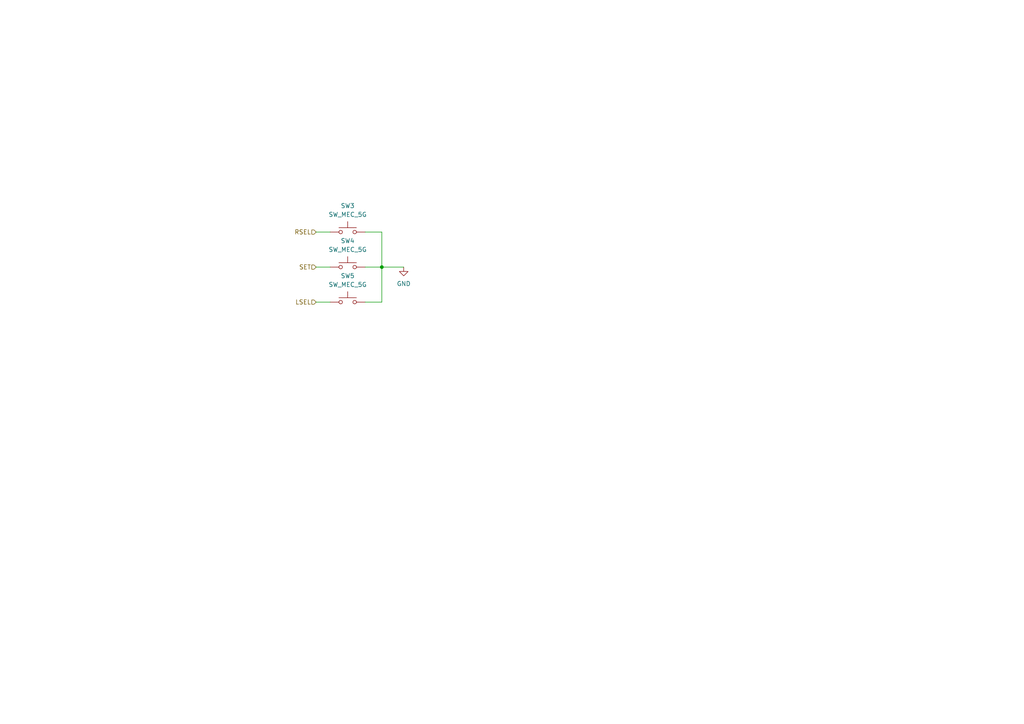
<source format=kicad_sch>
(kicad_sch (version 20211123) (generator eeschema)
  (paper "A4")
  (lib_symbols
    (symbol "Switch:SW_MEC_5G" (pin_numbers hide) (pin_names (offset 1.016) hide)
      (property "Reference" "SW" (at 1.27 2.54 0))
      (property "Value" "SW_MEC_5G" (at 0 -1.524 0))
      (symbol "SW_MEC_5G_0_1"
        (circle (center -2.032 0) (radius 0.508))
        (polyline (pts (xy 0 1.27) (xy 0 3.048)))
        (polyline (pts (xy 2.54 1.27) (xy -2.54 1.27)))
        (circle (center 2.032 0) (radius 0.508))
        (pin passive line (at -5.08 0 0) (length 2.54) (name "A") (number "1"))
        (pin passive line (at 5.08 0 180) (length 2.54) (name "B") (number "3"))
      )
      (symbol "SW_MEC_5G_1_1"
        (pin passive line (at -5.08 0 0) (length 2.54) hide (name "A") (number "2"))
        (pin passive line (at 5.08 0 180) (length 2.54) hide (name "B") (number "4"))
      )
    )
    (symbol "power:GND" (power) (pin_names (offset 0))
      (property "Value" "GND" (at 0 -3.81 0))
      (symbol "GND_0_1"
        (polyline (pts (xy 0 0) (xy 0 -1.27) (xy 1.27 -1.27) (xy 0 -2.54) (xy -1.27 -1.27) (xy 0 -1.27)))
      )
      (symbol "GND_1_1"
        (pin power_in line (at 0 0 270) (length 0) hide (name "GND") (number "1"))
      )
    )
  )
  (junction (at 110.744 77.47))
  (wire (pts (xy 105.918 87.63) (xy 110.744 87.63)))
  (wire (pts (xy 110.744 77.47) (xy 105.918 77.47)))
  (wire (pts (xy 91.694 77.47) (xy 95.758 77.47)))
  (wire (pts (xy 91.694 67.31) (xy 95.758 67.31)))
  (wire (pts (xy 110.744 67.31) (xy 110.744 77.47)))
  (wire (pts (xy 91.694 87.63) (xy 95.758 87.63)))
  (wire (pts (xy 110.744 87.63) (xy 110.744 77.47)))
  (wire (pts (xy 110.744 77.47) (xy 117.094 77.47)))
  (wire (pts (xy 105.918 67.31) (xy 110.744 67.31)))
  (hierarchical_label "RSEL" (shape input) (at 91.694 67.31 180))
  (hierarchical_label "LSEL" (shape input) (at 91.694 87.63 180))
  (hierarchical_label "SET" (shape input) (at 91.694 77.47 180))
  (symbol (lib_id "Switch:SW_MEC_5G") (at 100.838 77.47 0) (unit 1)
    (property "Reference" "SW4" (at 100.838 69.85 0))
    (property "Value" "SW_MEC_5G" (at 100.838 72.39 0))
    (property "Footprint" "Button_Switch_THT:SW_Tactile_SPST_Angled_PTS645Vx58-2LFS" (effects hide))
    (property "Datasheet" "http://www.apem.com/int/index.php?controller=attachment&id_attachment=488" (effects hide))
  )
  (symbol (lib_id "power:GND") (at 117.094 77.47 0) (unit 1)
    (property "Reference" "#PWR0127" (effects hide))
    (property "Value" "GND" (at 117.094 82.296 0))
  )
  (symbol (lib_id "Switch:SW_MEC_5G") (at 100.838 87.63 0) (unit 1)
    (property "Reference" "SW5" (at 100.838 80.01 0))
    (property "Value" "SW_MEC_5G" (at 100.838 82.55 0))
    (property "Footprint" "Button_Switch_THT:SW_Tactile_SPST_Angled_PTS645Vx58-2LFS" (effects hide))
    (property "Datasheet" "http://www.apem.com/int/index.php?controller=attachment&id_attachment=488" (effects hide))
  )
  (symbol (lib_id "Switch:SW_MEC_5G") (at 100.838 67.31 0) (unit 1)
    (property "Reference" "SW3" (at 100.838 59.69 0))
    (property "Value" "SW_MEC_5G" (at 100.838 62.23 0))
    (property "Footprint" "Button_Switch_THT:SW_Tactile_SPST_Angled_PTS645Vx58-2LFS" (effects hide))
    (property "Datasheet" "http://www.apem.com/int/index.php?controller=attachment&id_attachment=488" (effects hide))
  )
)
</source>
